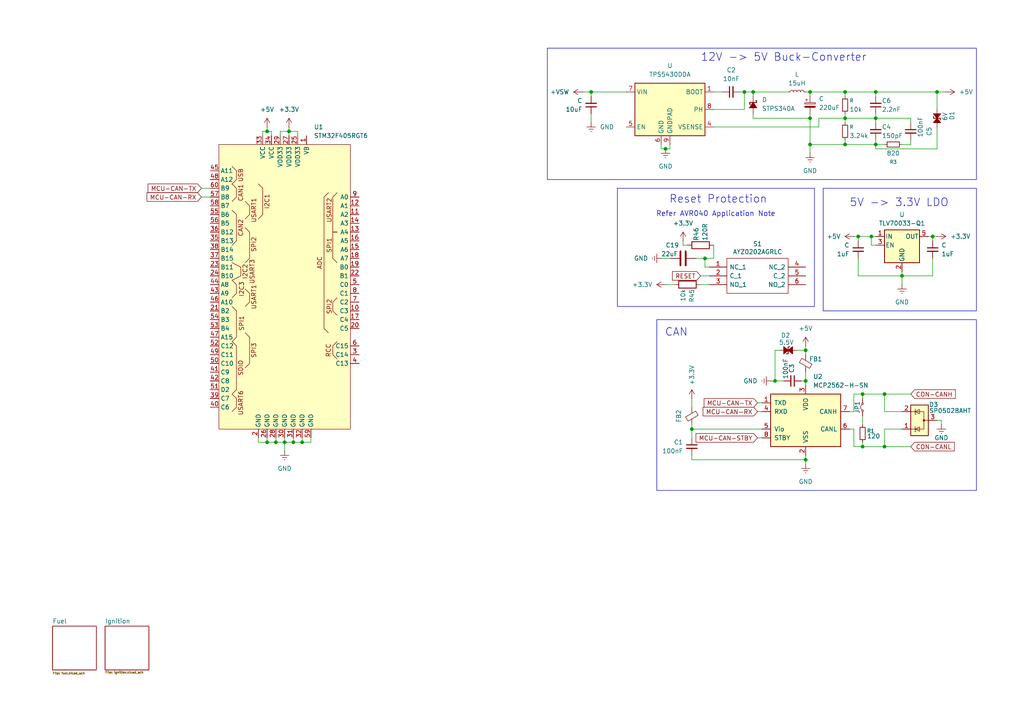
<source format=kicad_sch>
(kicad_sch (version 20250114) (generator "eeschema") (generator_version "9.0")
  (paper "A4")
  (title_block (title "Sopa's Speeduino32 Basic") (date "2025-08-09") (rev "V0.1") (company "Luis Felipe Marcon Brunhara"))
  (lib_symbols
    (symbol "Device:C" (pin_numbers (hide yes)) (pin_names (offset 0.254))
      (property "Reference" "C" (at 0.635 2.54 0))
      (property "Value" "C" (at 0.635 -2.54 0))
      (symbol "C_0_1"
        (polyline (pts (xy -2.032 0.762) (xy 2.032 0.762)) (stroke (width 0.508)))
        (polyline (pts (xy -2.032 -0.762) (xy 2.032 -0.762)) (stroke (width 0.508)))
      )
      (symbol "C_1_1"
        (pin passive line (at 0 3.81 270) (length 2.794) (name "~") (number "1"))
        (pin passive line (at 0 -3.81 90) (length 2.794) (name "~") (number "2"))
      )
    )
    (symbol "Device:C_Polarized_Small" (pin_numbers (hide yes)) (pin_names (offset 0.254) (hide yes))
      (property "Reference" "C" (at 0.254 1.778 0))
      (property "Value" "C_Polarized_Small" (at 0.254 -2.032 0))
      (symbol "C_Polarized_Small_0_1"
        (rectangle (start -1.524 0.6858) (end 1.524 0.3048))
        (rectangle (start -1.524 -0.3048) (end 1.524 -0.6858) (fill (type outline)))
        (polyline (pts (xy -1.27 1.524) (xy -0.762 1.524)))
        (polyline (pts (xy -1.016 1.27) (xy -1.016 1.778)))
      )
      (symbol "C_Polarized_Small_1_1"
        (pin passive line (at 0 2.54 270) (length 1.8542) (name "~") (number "1"))
        (pin passive line (at 0 -2.54 90) (length 1.8542) (name "~") (number "2"))
      )
    )
    (symbol "Device:C_Small" (pin_numbers (hide yes)) (pin_names (offset 0.254) (hide yes))
      (property "Reference" "C" (at 0.254 1.778 0))
      (property "Value" "C_Small" (at 0.254 -2.032 0))
      (symbol "C_Small_0_1"
        (polyline (pts (xy -1.524 0.508) (xy 1.524 0.508)) (stroke (width 0.3048)))
        (polyline (pts (xy -1.524 -0.508) (xy 1.524 -0.508)) (stroke (width 0.3302)))
      )
      (symbol "C_Small_1_1"
        (pin passive line (at 0 2.54 270) (length 2.032) (name "~") (number "1"))
        (pin passive line (at 0 -2.54 90) (length 2.032) (name "~") (number "2"))
      )
    )
    (symbol "Device:D_Schottky_Small_Filled" (pin_numbers (hide yes)) (pin_names (offset 0.254) (hide yes))
      (property "Reference" "D" (at -1.27 2.032 0))
      (property "Value" "D_Schottky_Small_Filled" (at -7.112 -2.032 0))
      (symbol "D_Schottky_Small_Filled_0_1"
        (polyline (pts (xy -1.27 0.762) (xy -1.27 1.016) (xy -0.762 1.016) (xy -0.762 -1.016) (xy -0.254 -1.016) (xy -0.254 -0.762)) (stroke (width 0.254)))
        (polyline (pts (xy -0.762 0) (xy 0.762 0)))
        (polyline (pts (xy 0.762 -1.016) (xy -0.762 0) (xy 0.762 1.016) (xy 0.762 -1.016)) (stroke (width 0.254)) (fill (type outline)))
      )
      (symbol "D_Schottky_Small_Filled_1_1"
        (pin passive line (at -2.54 0 0) (length 1.778) (name "K") (number "1"))
        (pin passive line (at 2.54 0 180) (length 1.778) (name "A") (number "2"))
      )
    )
    (symbol "Device:D_TVS_Small_Filled" (pin_numbers (hide yes)) (pin_names (offset 1.016) (hide yes))
      (property "Reference" "D" (at 0 2.54 0))
      (property "Value" "D_TVS_Small_Filled" (at 0 -2.54 0))
      (symbol "D_TVS_Small_Filled_0_1"
        (polyline (pts (xy -1.27 0) (xy 1.27 0)))
        (polyline (pts (xy 0.508 1.016) (xy 0 1.016) (xy 0 -1.016) (xy -0.508 -1.016)) (stroke (width 0.254)))
      )
      (symbol "D_TVS_Small_Filled_1_1"
        (polyline (pts (xy -1.27 1.016) (xy -1.27 -1.016) (xy 0 0) (xy -1.27 1.016)) (stroke (width 0.254)) (fill (type outline)))
        (polyline (pts (xy 0 0) (xy 1.27 1.016) (xy 1.27 -1.016) (xy 0 0)) (stroke (width 0.254)) (fill (type outline)))
        (pin passive line (at -2.54 0 0) (length 1.27) (name "A1") (number "1"))
        (pin passive line (at 2.54 0 180) (length 1.27) (name "A2") (number "2"))
      )
    )
    (symbol "Device:FerriteBead_Small" (pin_numbers (hide yes)) (pin_names (offset 0))
      (property "Reference" "FB" (at 1.905 1.27 0))
      (property "Value" "FerriteBead_Small" (at 1.905 -1.27 0))
      (symbol "FerriteBead_Small_0_1"
        (polyline (pts (xy -1.8288 0.2794) (xy -1.1176 1.4986) (xy 1.8288 -0.2032) (xy 1.1176 -1.4224) (xy -1.8288 0.2794)))
        (polyline (pts (xy 0 0.889) (xy 0 1.2954)))
        (polyline (pts (xy 0 -1.27) (xy 0 -0.7874)))
      )
      (symbol "FerriteBead_Small_1_1"
        (pin passive line (at 0 2.54 270) (length 1.27) (name "~") (number "1"))
        (pin passive line (at 0 -2.54 90) (length 1.27) (name "~") (number "2"))
      )
    )
    (symbol "Device:L_Small" (pin_numbers (hide yes)) (pin_names (offset 0.254) (hide yes))
      (property "Reference" "L" (at 0.762 1.016 0))
      (property "Value" "L_Small" (at 0.762 -1.016 0))
      (symbol "L_Small_0_1"
        (arc (start 0 2.032) (mid 0.5058 1.524) (end 0 1.016))
        (arc (start 0 1.016) (mid 0.5058 0.508) (end 0 0))
        (arc (start 0 0) (mid 0.5058 -0.508) (end 0 -1.016))
        (arc (start 0 -1.016) (mid 0.5058 -1.524) (end 0 -2.032))
      )
      (symbol "L_Small_1_1"
        (pin passive line (at 0 2.54 270) (length 0.508) (name "~") (number "1"))
        (pin passive line (at 0 -2.54 90) (length 0.508) (name "~") (number "2"))
      )
    )
    (symbol "Device:R" (pin_numbers (hide yes)) (pin_names (offset 0))
      (property "Reference" "R" (at 2.032 0 90))
      (property "Value" "R" (at 0 0 90))
      (symbol "R_0_1"
        (rectangle (start -1.016 -2.54) (end 1.016 2.54) (stroke (width 0.254)))
      )
      (symbol "R_1_1"
        (pin passive line (at 0 3.81 270) (length 1.27) (name "~") (number "1"))
        (pin passive line (at 0 -3.81 90) (length 1.27) (name "~") (number "2"))
      )
    )
    (symbol "Device:R_Small" (pin_numbers (hide yes)) (pin_names (offset 0.254) (hide yes))
      (property "Reference" "R" (at 0 0 90))
      (property "Value" "R_Small" (at 1.778 0 90))
      (symbol "R_Small_0_1"
        (rectangle (start -0.762 1.778) (end 0.762 -1.778) (stroke (width 0.2032)))
      )
      (symbol "R_Small_1_1"
        (pin passive line (at 0 2.54 270) (length 0.762) (name "~") (number "1"))
        (pin passive line (at 0 -2.54 90) (length 0.762) (name "~") (number "2"))
      )
    )
    (symbol "Interface_CAN_LIN:MCP2562-H-SN" (pin_names (offset 1.016))
      (property "Reference" "U" (at -10.16 8.89 0))
      (property "Value" "MCP2562-H-SN" (at 2.54 8.89 0))
      (symbol "MCP2562-H-SN_0_1"
        (rectangle (start -10.16 7.62) (end 10.16 -7.62) (stroke (width 0.254)) (fill (type background)))
      )
      (symbol "MCP2562-H-SN_1_1"
        (pin input line (at -12.7 5.08 0) (length 2.54) (name "TXD") (number "1"))
        (pin output line (at -12.7 2.54 0) (length 2.54) (name "RXD") (number "4"))
        (pin power_in line (at -12.7 -2.54 0) (length 2.54) (name "Vio") (number "5"))
        (pin input line (at -12.7 -5.08 0) (length 2.54) (name "STBY") (number "8"))
        (pin power_in line (at 0 10.16 270) (length 2.54) (name "VDD") (number "3"))
        (pin power_in line (at 0 -10.16 90) (length 2.54) (name "VSS") (number "2"))
        (pin bidirectional line (at 12.7 2.54 180) (length 2.54) (name "CANH") (number "7"))
        (pin bidirectional line (at 12.7 -2.54 180) (length 2.54) (name "CANL") (number "6"))
      )
    )
    (symbol "Jumper:Jumper_2_Small_Bridged" (pin_numbers (hide yes)) (pin_names (offset 0) (hide yes))
      (property "Reference" "JP" (at 0 2.032 0))
      (property "Value" "Jumper_2_Small_Bridged" (at 0 -2.286 0))
      (symbol "Jumper_2_Small_Bridged_0_0"
        (circle (center -1.016 0) (radius 0.254))
        (circle (center 1.016 0) (radius 0.254))
      )
      (symbol "Jumper_2_Small_Bridged_0_1"
        (arc (start -0.762 0.254) (mid 0 0.5696) (end 0.762 0.254))
      )
      (symbol "Jumper_2_Small_Bridged_1_1"
        (pin passive line (at -2.54 0 0) (length 1.27) (name "A") (number "1"))
        (pin passive line (at 2.54 0 180) (length 1.27) (name "B") (number "2"))
      )
    )
    (symbol "Power_Protection:SP0502BAHT" (pin_names (hide yes))
      (property "Reference" "D" (at 5.715 2.54 0))
      (property "Value" "SP0502BAHT" (at 5.715 0.635 0))
      (symbol "SP0502BAHT_0_0"
        (pin passive line (at 0 -5.08 90) (length 2.54) (name "A") (number "3"))
      )
      (symbol "SP0502BAHT_0_1"
        (rectangle (start -4.445 2.54) (end 4.445 -2.54) (stroke (width 0.254)) (fill (type background)))
        (polyline (pts (xy -3.302 1.016) (xy -3.302 1.27) (xy -1.905 1.27) (xy -1.778 1.27)))
        (polyline (pts (xy -2.54 2.54) (xy -2.54 1.27)))
        (polyline (pts (xy -2.54 1.27) (xy -2.54 -1.27) (xy 2.54 -1.27) (xy 2.54 1.27)))
        (polyline (pts (xy -2.54 1.27) (xy -1.905 0) (xy -3.175 0) (xy -2.54 1.27)))
        (polyline (pts (xy 0 -1.27) (xy 0 -2.54)))
        (circle (center 0 -1.27) (radius 0.254) (fill (type outline)))
        (polyline (pts (xy 1.778 1.016) (xy 1.778 1.27) (xy 3.175 1.27) (xy 3.302 1.27)))
        (polyline (pts (xy 2.54 2.54) (xy 2.54 1.27)))
        (polyline (pts (xy 2.54 1.27) (xy 1.905 0) (xy 3.175 0) (xy 2.54 1.27)))
      )
      (symbol "SP0502BAHT_1_1"
        (pin passive line (at -2.54 5.08 270) (length 2.54) (name "K") (number "1"))
        (pin passive line (at 2.54 5.08 270) (length 2.54) (name "K") (number "2"))
      )
    )
    (symbol "Regulator_Linear:TLV70033_SOT23-5" (pin_names (offset 0.254))
      (property "Reference" "U" (at -3.81 5.715 0))
      (property "Value" "TLV70033_SOT23-5" (at 0 5.715 0))
      (symbol "TLV70033_SOT23-5_0_1"
        (rectangle (start -5.08 4.445) (end 5.08 -5.08) (stroke (width 0.254)) (fill (type background)))
      )
      (symbol "TLV70033_SOT23-5_1_1"
        (pin power_in line (at -7.62 2.54 0) (length 2.54) (name "IN") (number "1"))
        (pin input line (at -7.62 0 0) (length 2.54) (name "EN") (number "3"))
        (pin power_in line (at 0 -7.62 90) (length 2.54) (name "GND") (number "2"))
        (pin no_connect line (at 5.08 0 180) (length 2.54) (hide yes) (name "NC") (number "4"))
        (pin power_out line (at 7.62 2.54 180) (length 2.54) (name "OUT") (number "5"))
      )
    )
    (symbol "Regulator_Switching:TPS5430DDA"
      (property "Reference" "U" (at -10.16 8.89 0))
      (property "Value" "TPS5430DDA" (at -1.27 8.89 0))
      (symbol "TPS5430DDA_0_1"
        (rectangle (start -10.16 7.62) (end 10.16 -7.62) (stroke (width 0.254)) (fill (type background)))
      )
      (symbol "TPS5430DDA_1_1"
        (pin power_in line (at -12.7 5.08 0) (length 2.54) (name "VIN") (number "7"))
        (pin input line (at -12.7 -5.08 0) (length 2.54) (name "EN") (number "5"))
        (pin no_connect line (at -10.16 2.54 0) (length 2.54) (hide yes) (name "NC") (number "2"))
        (pin no_connect line (at -10.16 -2.54 0) (length 2.54) (hide yes) (name "NC") (number "3"))
        (pin power_in line (at -2.54 -10.16 90) (length 2.54) (name "GND") (number "6"))
        (pin power_in line (at 0 -10.16 90) (length 2.54) (name "GNDPAD") (number "9"))
        (pin input line (at 12.7 5.08 180) (length 2.54) (name "BOOT") (number "1"))
        (pin output line (at 12.7 0 180) (length 2.54) (name "PH") (number "8"))
        (pin input line (at 12.7 -5.08 180) (length 2.54) (name "VSENSE") (number "4"))
      )
    )
    (symbol "power:+3.3V" (power) (pin_numbers (hide yes)) (pin_names (offset 0) (hide yes))
      (property "Value" "+3.3V" (at 0 3.556 0))
      (symbol "+3.3V_0_1"
        (polyline (pts (xy -0.762 1.27) (xy 0 2.54)))
        (polyline (pts (xy 0 2.54) (xy 0.762 1.27)))
        (polyline (pts (xy 0 0) (xy 0 2.54)))
      )
      (symbol "+3.3V_1_1"
        (pin power_in line (at 0 0 90) (length 0) (name "~") (number "1"))
      )
    )
    (symbol "power:+5V" (power) (pin_numbers (hide yes)) (pin_names (offset 0) (hide yes))
      (property "Value" "+5V" (at 0 3.556 0))
      (symbol "+5V_0_1"
        (polyline (pts (xy -0.762 1.27) (xy 0 2.54)))
        (polyline (pts (xy 0 2.54) (xy 0.762 1.27)))
        (polyline (pts (xy 0 0) (xy 0 2.54)))
      )
      (symbol "+5V_1_1"
        (pin power_in line (at 0 0 90) (length 0) (name "~") (number "1"))
      )
    )
    (symbol "power:+VSW" (power) (pin_numbers (hide yes)) (pin_names (offset 0) (hide yes))
      (property "Value" "+VSW" (at 0 3.556 0))
      (symbol "+VSW_0_1"
        (polyline (pts (xy -0.762 1.27) (xy 0 2.54)))
        (polyline (pts (xy 0 2.54) (xy 0.762 1.27)))
        (polyline (pts (xy 0 0) (xy 0 2.54)))
      )
      (symbol "+VSW_1_1"
        (pin power_in line (at 0 0 90) (length 0) (name "~") (number "1"))
      )
    )
    (symbol "power:GNDREF" (power) (pin_numbers (hide yes)) (pin_names (offset 0) (hide yes))
      (property "Value" "GNDREF" (at 0 -3.81 0))
      (symbol "GNDREF_0_1"
        (polyline (pts (xy -0.635 -1.905) (xy 0.635 -1.905)))
        (polyline (pts (xy -0.127 -2.54) (xy 0.127 -2.54)))
        (polyline (pts (xy 0 -1.27) (xy 0 0)))
        (polyline (pts (xy 1.27 -1.27) (xy -1.27 -1.27)))
      )
      (symbol "GNDREF_1_1"
        (pin power_in line (at 0 0 270) (length 0) (name "~") (number "1"))
      )
    )
    (symbol "sopa_ECU_project:STM32F4_64PIN-CoreBoard_V11"
      (property "Reference" "U" (at -18.288 39.116 0))
      (property "Value" "STM32F405RGT6" (at 0 0 0))
      (symbol "STM32F4_64PIN-CoreBoard_V11_1_1"
        (rectangle (start -19.05 38.1) (end 19.05 -44.45) (fill (type background)))
        (polyline (pts (xy -15.24 31.75) (xy -13.97 30.48) (xy -13.97 27.94) (xy -15.24 26.67)))
        (polyline (pts (xy -15.24 26.67) (xy -13.97 25.4) (xy -13.97 22.86) (xy -15.24 21.59)))
        (polyline (pts (xy -15.24 19.05) (xy -13.97 17.78) (xy -13.97 10.16) (xy -15.24 8.89)))
        (polyline (pts (xy -15.24 3.81) (xy -12.7 2.54) (xy -12.7 0) (xy -15.24 -1.27)))
        (polyline (pts (xy -15.24 -1.27) (xy -13.97 -2.54) (xy -13.97 -5.08) (xy -15.24 -6.35)))
        (polyline (pts (xy -15.24 -8.89) (xy -13.97 -10.16) (xy -13.97 -17.78) (xy -15.24 -19.05)))
        (polyline (pts (xy -15.24 -19.05) (xy -13.97 -20.32) (xy -13.97 -33.02) (xy -15.24 -34.29)))
        (polyline (pts (xy -15.24 -34.29) (xy -13.97 -35.56) (xy -13.97 -38.1) (xy -15.24 -39.37)))
        (polyline (pts (xy -11.43 21.59) (xy -10.16 20.32) (xy -10.16 17.78) (xy -11.43 16.51)))
        (polyline (pts (xy -11.43 13.97) (xy -10.16 12.7) (xy -10.16 5.08) (xy -11.43 3.81)))
        (polyline (pts (xy -11.43 -3.81) (xy -10.16 -5.08) (xy -10.16 -7.62) (xy -11.43 -8.89)))
        (polyline (pts (xy -11.43 -16.51) (xy -10.16 -17.78) (xy -10.16 -25.4) (xy -11.43 -26.67)))
        (polyline (pts (xy -7.62 26.67) (xy -6.35 25.4) (xy -6.35 17.78) (xy -7.62 16.51)))
        (polyline (pts (xy 12.7 24.13) (xy 11.43 22.86) (xy 11.43 -15.24) (xy 12.7 -16.51)))
        (polyline (pts (xy 15.24 24.13) (xy 13.97 22.86) (xy 13.97 12.7) (xy 15.24 12.7)))
        (polyline (pts (xy 15.24 12.7) (xy 13.97 12.7) (xy 13.97 5.08) (xy 15.24 3.81)))
        (polyline (pts (xy 15.24 -6.35) (xy 13.97 -7.62) (xy 13.97 -10.16) (xy 15.24 -11.43)))
        (polyline (pts (xy 15.24 -19.05) (xy 13.97 -20.32) (xy 13.97 -22.86) (xy 15.24 -24.13)))
        (text "USB" (at -13.462 29.21 900) (effects (font (size 1.27 1.27)) (justify top)))
        (text "CAN1" (at -13.462 24.13 900) (effects (font (size 1.27 1.27)) (justify top)))
        (text "CAN2" (at -13.462 13.97 900) (effects (font (size 1.27 1.27)) (justify top)))
        (text "SDIO" (at -13.462 -26.67 900) (effects (font (size 1.27 1.27)) (justify top)))
        (text "USART6" (at -13.462 -36.83 900) (effects (font (size 1.27 1.27)) (justify top)))
        (text "I2C3" (at -13.208 -3.81 900) (effects (font (size 1.27 1.27)) (justify top)))
        (text "SPI1" (at -13.208 -13.716 900) (effects (font (size 1.27 1.27)) (justify top)))
        (text "I2C2\nUSART3" (at -12.192 1.27 900) (effects (font (size 1.27 1.27)) (justify top)))
        (text "USART1" (at -9.652 19.05 900) (effects (font (size 1.27 1.27)) (justify top)))
        (text "SPI2" (at -9.652 9.144 900) (effects (font (size 1.27 1.27)) (justify top)))
        (text "USART1" (at -9.652 -6.096 900) (effects (font (size 1.27 1.27)) (justify top)))
        (text "SPI3" (at -9.652 -21.59 900) (effects (font (size 1.27 1.27)) (justify top)))
        (text "I2C1" (at -5.842 21.59 900) (effects (font (size 1.27 1.27)) (justify top)))
        (text "ADC" (at 10.922 3.81 900) (effects (font (size 1.27 1.27)) (justify bottom)))
        (text "RCC" (at 13.462 -21.59 900) (effects (font (size 1.27 1.27)) (justify bottom)))
        (text "USART2" (at 13.716 19.05 900) (effects (font (size 1.27 1.27)) (justify bottom)))
        (text "SPI1" (at 13.716 8.89 900) (effects (font (size 1.27 1.27)) (justify bottom)))
        (text "SPI2\n" (at 13.716 -8.89 900) (effects (font (size 1.27 1.27)) (justify bottom)))
        (pin bidirectional line (at -21.59 30.48 0) (length 2.5) (name "A11") (number "45"))
        (pin bidirectional line (at -21.59 27.94 0) (length 2.5) (name "A12") (number "48"))
        (pin bidirectional line (at -21.59 25.4 0) (length 2.5) (name "B9") (number "60"))
        (pin bidirectional line (at -21.59 22.86 0) (length 2.5) (name "B8") (number "57"))
        (pin bidirectional line (at -21.59 20.32 0) (length 2.5) (name "B7") (number "58"))
        (pin bidirectional line (at -21.59 17.78 0) (length 2.5) (name "B6") (number "55"))
        (pin bidirectional line (at -21.59 15.24 0) (length 2.5) (name "B5") (number "56"))
        (pin bidirectional line (at -21.59 12.7 0) (length 2.5) (name "B12") (number "36"))
        (pin bidirectional line (at -21.59 10.16 0) (length 2.5) (name "B13") (number "35"))
        (pin bidirectional line (at -21.59 7.62 0) (length 2.5) (name "B14") (number "38"))
        (pin bidirectional line (at -21.59 5.08 0) (length 2.5) (name "B15") (number "37"))
        (pin bidirectional line (at -21.59 2.54 0) (length 2.5) (name "B11") (number "23"))
        (pin bidirectional line (at -21.59 0 0) (length 2.5) (name "B10") (number "24"))
        (pin bidirectional line (at -21.59 -2.54 0) (length 2.5) (name "A8") (number "44"))
        (pin bidirectional line (at -21.59 -5.08 0) (length 2.5) (name "A9") (number "43"))
        (pin bidirectional line (at -21.59 -7.62 0) (length 2.5) (name "A10") (number "46"))
        (pin bidirectional line (at -21.59 -10.16 0) (length 2.5) (name "B2") (number "21"))
        (pin bidirectional line (at -21.59 -12.7 0) (length 2.5) (name "B3") (number "54"))
        (pin bidirectional line (at -21.59 -15.24 0) (length 2.5) (name "B4") (number "53"))
        (pin bidirectional line (at -21.59 -17.78 0) (length 2.5) (name "A15") (number "47"))
        (pin bidirectional line (at -21.59 -20.32 0) (length 2.5) (name "C12") (number "52"))
        (pin bidirectional line (at -21.59 -22.86 0) (length 2.5) (name "C11") (number "49"))
        (pin bidirectional line (at -21.59 -25.4 0) (length 2.5) (name "C10") (number "50"))
        (pin bidirectional line (at -21.59 -27.94 0) (length 2.5) (name "C9") (number "41"))
        (pin bidirectional line (at -21.59 -30.48 0) (length 2.5) (name "C8") (number "42"))
        (pin bidirectional line (at -21.59 -33.02 0) (length 2.5) (name "D2") (number "51"))
        (pin bidirectional line (at -21.59 -35.56 0) (length 2.5) (name "C7") (number "39"))
        (pin bidirectional line (at -21.59 -38.1 0) (length 2.5) (name "C6") (number "40"))
        (pin bidirectional line (at -7.62 -46.99 90) (length 2.5) (name "GND") (number "2"))
        (pin bidirectional line (at -6.35 40.64 270) (length 2.5) (name "VCC") (number "33"))
        (pin bidirectional line (at -5.08 -46.99 90) (length 2.5) (name "GND") (number "26"))
        (pin bidirectional line (at -3.81 40.64 270) (length 2.5) (name "VCC") (number "34"))
        (pin bidirectional line (at -2.54 -46.99 90) (length 2.5) (name "GND") (number "28"))
        (pin bidirectional line (at -1.27 40.64 270) (length 2.5) (name "VDD33") (number "29"))
        (pin bidirectional line (at 0 -46.99 90) (length 2.5) (name "GND") (number "30"))
        (pin bidirectional line (at 1.27 40.64 270) (length 2.5) (name "VDD33") (number "27"))
        (pin bidirectional line (at 2.54 -46.99 90) (length 2.5) (name "GND") (number "31"))
        (pin bidirectional line (at 3.81 40.64 270) (length 2.5) (name "VDD33") (number "25"))
        (pin bidirectional line (at 5.08 -46.99 90) (length 2.5) (name "GND") (number "32"))
        (pin bidirectional line (at 6.35 40.64 270) (length 2.5) (name "VB") (number "1"))
        (pin bidirectional line (at 7.62 -46.99 90) (length 2.5) (name "GND") (number "59"))
        (pin bidirectional line (at 21.59 22.86 180) (length 2.5) (name "A0") (number "9"))
        (pin bidirectional line (at 21.59 20.32 180) (length 2.5) (name "A1") (number "12"))
        (pin bidirectional line (at 21.59 17.78 180) (length 2.5) (name "A2") (number "11"))
        (pin bidirectional line (at 21.59 15.24 180) (length 2.5) (name "A3") (number "14"))
        (pin bidirectional line (at 21.59 12.7 180) (length 2.5) (name "A4") (number "13"))
        (pin bidirectional line (at 21.59 10.16 180) (length 2.5) (name "A5") (number "16"))
        (pin bidirectional line (at 21.59 7.62 180) (length 2.5) (name "A6") (number "15"))
        (pin bidirectional line (at 21.59 5.08 180) (length 2.5) (name "A7") (number "18"))
        (pin bidirectional line (at 21.59 2.54 180) (length 2.5) (name "B0") (number "19"))
        (pin bidirectional line (at 21.59 0 180) (length 2.5) (name "B1") (number "22"))
        (pin bidirectional line (at 21.59 -2.54 180) (length 2.5) (name "C0") (number "5"))
        (pin bidirectional line (at 21.59 -5.08 180) (length 2.5) (name "C1") (number "8"))
        (pin bidirectional line (at 21.59 -7.62 180) (length 2.5) (name "C2") (number "7"))
        (pin bidirectional line (at 21.59 -10.16 180) (length 2.5) (name "C3") (number "10"))
        (pin bidirectional line (at 21.59 -12.7 180) (length 2.5) (name "C4") (number "17"))
        (pin bidirectional line (at 21.59 -15.24 180) (length 2.5) (name "C5") (number "20"))
        (pin bidirectional line (at 21.59 -20.32 180) (length 2.5) (name "C15") (number "6"))
        (pin bidirectional line (at 21.59 -22.86 180) (length 2.5) (name "C14") (number "3"))
        (pin bidirectional line (at 21.59 -25.4 180) (length 2.5) (name "C13") (number "4"))
      )
    )
    (symbol "v0.4.4c-rescue:AYZ0202AGRLC-Misc" (pin_names (offset 0.762))
      (property "Reference" "S" (at 24.13 7.62 0))
      (property "Value" "v0.4.4c-rescue_AYZ0202AGRLC-Misc" (at 24.13 5.08 0))
      (symbol "AYZ0202AGRLC-Misc_0_0"
        (pin bidirectional line (at 0 0 0) (length 5.08) (name "NC_1") (number "1"))
        (pin bidirectional line (at 0 -2.54 0) (length 5.08) (name "C_1") (number "2"))
        (pin bidirectional line (at 0 -5.08 0) (length 5.08) (name "NO_1") (number "3"))
        (pin bidirectional line (at 27.94 0 180) (length 5.08) (name "NC_2") (number "4"))
        (pin bidirectional line (at 27.94 -2.54 180) (length 5.08) (name "C_2") (number "5"))
        (pin bidirectional line (at 27.94 -5.08 180) (length 5.08) (name "NO_2") (number "6"))
      )
      (symbol "AYZ0202AGRLC-Misc_0_1"
        (polyline (pts (xy 5.08 2.54) (xy 22.86 2.54) (xy 22.86 -7.62) (xy 5.08 -7.62) (xy 5.08 2.54)) (stroke (width 0.1524)))
      )
    )
  )
  (rectangle (start 190.5 92.71) (end 283.21 142.24))
  (rectangle (start 158.75 13.97) (end 283.21 52.07))
  (rectangle (start 179.07 54.61) (end 236.22 88.9))
  (rectangle (start 238.76 54.61) (end 283.21 90.17))
  (text "CAN\n" (at 192.786 97.79 0) (effects (font (size 2.2606 2.2606)) (justify left bottom)))
  (text "5V -> 3.3V LDO" (at 246.38 60.198 0) (effects (font (size 2.2606 2.2606)) (justify left bottom)))
  (text "12V -> 5V Buck-Converter" (at 203.2 18.034 0) (effects (font (size 2.2606 2.2606)) (justify left bottom)))
  (text "Reset Protection" (at 194.056 59.182 0) (effects (font (size 2.2606 2.2606)) (justify left bottom)))
  (text "Refer AVR040 Application Note" (at 190.246 62.992 0) (effects (font (size 1.4732 1.4732)) (justify left bottom)))
  (junction (at 252.73 68.58))
  (junction (at 248.92 68.58))
  (junction (at 254 41.91))
  (junction (at 245.11 41.91))
  (junction (at 215.9 26.67))
  (junction (at 254 26.67))
  (junction (at 245.11 34.29))
  (junction (at 271.78 26.67))
  (junction (at 250.19 114.3))
  (junction (at 256.54 114.3))
  (junction (at 193.04 43.18))
  (junction (at 233.68 101.6))
  (junction (at 250.19 129.54))
  (junction (at 77.47 128.27))
  (junction (at 234.95 26.67))
  (junction (at 245.11 26.67))
  (junction (at 80.01 128.27))
  (junction (at 234.95 41.91))
  (junction (at 83.82 38.1))
  (junction (at 85.09 128.27))
  (junction (at 261.62 80.01))
  (junction (at 254 34.29))
  (junction (at 233.68 133.35))
  (junction (at 233.68 110.49))
  (junction (at 234.95 34.29))
  (junction (at 171.45 26.67))
  (junction (at 87.63 128.27))
  (junction (at 270.51 68.58))
  (junction (at 77.47 38.1))
  (junction (at 224.79 110.49))
  (junction (at 200.66 124.46))
  (junction (at 82.55 128.27))
  (junction (at 218.44 26.67))
  (junction (at 256.54 129.54))
  (junction (at 204.47 74.93))
  (wire (pts (xy 82.55 127) (xy 82.55 128.27)))
  (wire (pts (xy 250.19 129.54) (xy 256.54 129.54)))
  (wire (pts (xy 219.71 127) (xy 220.98 127)))
  (wire (pts (xy 248.92 74.93) (xy 248.92 80.01)))
  (wire (pts (xy 245.11 27.94) (xy 245.11 26.67)))
  (wire (pts (xy 237.49 34.29) (xy 245.11 34.29)))
  (wire (pts (xy 199.39 71.12) (xy 198.12 71.12)))
  (wire (pts (xy 261.62 80.01) (xy 261.62 82.55)))
  (wire (pts (xy 218.44 26.67) (xy 228.6 26.67)))
  (wire (pts (xy 234.95 26.67) (xy 245.11 26.67)))
  (wire (pts (xy 234.95 34.29) (xy 234.95 41.91)))
  (wire (pts (xy 193.04 82.55) (xy 195.58 82.55)))
  (wire (pts (xy 254 43.18) (xy 254 41.91)))
  (wire (pts (xy 264.16 40.64) (xy 264.16 41.91)))
  (wire (pts (xy 245.11 33.02) (xy 245.11 34.29)))
  (wire (pts (xy 219.71 116.84) (xy 220.98 116.84)))
  (wire (pts (xy 81.28 39.37) (xy 81.28 38.1)))
  (wire (pts (xy 254 41.91) (xy 254 40.64)))
  (wire (pts (xy 250.19 128.27) (xy 250.19 129.54)))
  (wire (pts (xy 168.91 26.67) (xy 171.45 26.67)))
  (wire (pts (xy 87.63 127) (xy 87.63 128.27)))
  (wire (pts (xy 256.54 129.54) (xy 264.16 129.54)))
  (wire (pts (xy 271.78 43.18) (xy 254 43.18)))
  (wire (pts (xy 234.95 26.67) (xy 234.95 27.94)))
  (wire (pts (xy 245.11 34.29) (xy 245.11 35.56)))
  (wire (pts (xy 171.45 33.02) (xy 171.45 35.56)))
  (wire (pts (xy 74.93 128.27) (xy 77.47 128.27)))
  (wire (pts (xy 85.09 127) (xy 85.09 128.27)))
  (wire (pts (xy 82.55 128.27) (xy 82.55 130.81)))
  (wire (pts (xy 203.2 82.55) (xy 205.74 82.55)))
  (wire (pts (xy 271.78 121.92) (xy 273.05 121.92)))
  (wire (pts (xy 83.82 38.1) (xy 83.82 39.37)))
  (wire (pts (xy 218.44 33.02) (xy 218.44 34.29)))
  (wire (pts (xy 271.78 36.83) (xy 271.78 43.18)))
  (wire (pts (xy 245.11 41.91) (xy 254 41.91)))
  (wire (pts (xy 86.36 39.37) (xy 86.36 38.1)))
  (wire (pts (xy 194.31 41.91) (xy 194.31 43.18)))
  (wire (pts (xy 247.65 129.54) (xy 250.19 129.54)))
  (wire (pts (xy 254 34.29) (xy 264.16 34.29)))
  (wire (pts (xy 264.16 34.29) (xy 264.16 35.56)))
  (wire (pts (xy 204.47 77.47) (xy 204.47 74.93)))
  (wire (pts (xy 193.04 43.18) (xy 194.31 43.18)))
  (wire (pts (xy 252.73 68.58) (xy 252.73 71.12)))
  (wire (pts (xy 85.09 128.27) (xy 87.63 128.27)))
  (wire (pts (xy 270.51 80.01) (xy 261.62 80.01)))
  (wire (pts (xy 200.66 123.19) (xy 200.66 124.46)))
  (wire (pts (xy 215.9 31.75) (xy 215.9 26.67)))
  (wire (pts (xy 252.73 68.58) (xy 254 68.58)))
  (wire (pts (xy 204.47 77.47) (xy 205.74 77.47)))
  (wire (pts (xy 191.77 43.18) (xy 193.04 43.18)))
  (wire (pts (xy 270.51 74.93) (xy 270.51 80.01)))
  (wire (pts (xy 248.92 80.01) (xy 261.62 80.01)))
  (wire (pts (xy 86.36 38.1) (xy 83.82 38.1)))
  (wire (pts (xy 233.68 110.49) (xy 233.68 111.76)))
  (wire (pts (xy 231.14 101.6) (xy 233.68 101.6)))
  (wire (pts (xy 233.68 133.35) (xy 233.68 134.62)))
  (wire (pts (xy 234.95 41.91) (xy 234.95 44.45)))
  (wire (pts (xy 218.44 26.67) (xy 218.44 27.94)))
  (wire (pts (xy 224.79 110.49) (xy 227.33 110.49)))
  (wire (pts (xy 247.65 119.38) (xy 247.65 114.3)))
  (wire (pts (xy 58.42 57.15) (xy 60.96 57.15)))
  (wire (pts (xy 191.77 41.91) (xy 191.77 43.18)))
  (wire (pts (xy 171.45 27.94) (xy 171.45 26.67)))
  (wire (pts (xy 247.65 114.3) (xy 250.19 114.3)))
  (wire (pts (xy 171.45 26.67) (xy 181.61 26.67)))
  (wire (pts (xy 246.38 124.46) (xy 247.65 124.46)))
  (wire (pts (xy 224.79 101.6) (xy 224.79 110.49)))
  (wire (pts (xy 254 35.56) (xy 254 34.29)))
  (wire (pts (xy 245.11 34.29) (xy 254 34.29)))
  (wire (pts (xy 270.51 68.58) (xy 271.78 68.58)))
  (wire (pts (xy 237.49 36.83) (xy 237.49 34.29)))
  (wire (pts (xy 273.05 121.92) (xy 273.05 123.19)))
  (wire (pts (xy 245.11 26.67) (xy 254 26.67)))
  (wire (pts (xy 256.54 119.38) (xy 261.62 119.38)))
  (wire (pts (xy 247.65 68.58) (xy 248.92 68.58)))
  (wire (pts (xy 214.63 26.67) (xy 215.9 26.67)))
  (wire (pts (xy 219.71 119.38) (xy 220.98 119.38)))
  (wire (pts (xy 247.65 124.46) (xy 247.65 129.54)))
  (wire (pts (xy 256.54 124.46) (xy 256.54 129.54)))
  (wire (pts (xy 77.47 127) (xy 77.47 128.27)))
  (wire (pts (xy 232.41 110.49) (xy 233.68 110.49)))
  (wire (pts (xy 254 41.91) (xy 256.54 41.91)))
  (wire (pts (xy 201.93 74.93) (xy 204.47 74.93)))
  (wire (pts (xy 200.66 132.08) (xy 200.66 133.35)))
  (wire (pts (xy 203.2 80.01) (xy 205.74 80.01)))
  (wire (pts (xy 191.77 74.93) (xy 194.31 74.93)))
  (wire (pts (xy 248.92 68.58) (xy 248.92 69.85)))
  (wire (pts (xy 271.78 26.67) (xy 274.32 26.67)))
  (wire (pts (xy 80.01 128.27) (xy 82.55 128.27)))
  (wire (pts (xy 264.16 41.91) (xy 261.62 41.91)))
  (wire (pts (xy 78.74 38.1) (xy 78.74 39.37)))
  (wire (pts (xy 218.44 34.29) (xy 234.95 34.29)))
  (wire (pts (xy 82.55 128.27) (xy 85.09 128.27)))
  (wire (pts (xy 245.11 40.64) (xy 245.11 41.91)))
  (wire (pts (xy 74.93 127) (xy 74.93 128.27)))
  (wire (pts (xy 83.82 36.83) (xy 83.82 38.1)))
  (wire (pts (xy 90.17 127) (xy 90.17 128.27)))
  (wire (pts (xy 207.01 26.67) (xy 209.55 26.67)))
  (wire (pts (xy 198.12 69.85) (xy 198.12 71.12)))
  (wire (pts (xy 256.54 124.46) (xy 261.62 124.46)))
  (wire (pts (xy 87.63 128.27) (xy 90.17 128.27)))
  (wire (pts (xy 77.47 128.27) (xy 80.01 128.27)))
  (wire (pts (xy 254 26.67) (xy 271.78 26.67)))
  (wire (pts (xy 246.38 119.38) (xy 247.65 119.38)))
  (wire (pts (xy 215.9 26.67) (xy 218.44 26.67)))
  (wire (pts (xy 234.95 41.91) (xy 245.11 41.91)))
  (wire (pts (xy 248.92 68.58) (xy 252.73 68.58)))
  (wire (pts (xy 200.66 124.46) (xy 220.98 124.46)))
  (wire (pts (xy 200.66 133.35) (xy 233.68 133.35)))
  (wire (pts (xy 254 27.94) (xy 254 26.67)))
  (wire (pts (xy 200.66 124.46) (xy 200.66 127)))
  (wire (pts (xy 77.47 38.1) (xy 78.74 38.1)))
  (wire (pts (xy 250.19 120.65) (xy 250.19 123.19)))
  (wire (pts (xy 271.78 26.67) (xy 271.78 31.75)))
  (wire (pts (xy 233.68 100.33) (xy 233.68 101.6)))
  (wire (pts (xy 234.95 34.29) (xy 234.95 33.02)))
  (wire (pts (xy 80.01 127) (xy 80.01 128.27)))
  (wire (pts (xy 207.01 71.12) (xy 207.01 74.93)))
  (wire (pts (xy 58.42 54.61) (xy 60.96 54.61)))
  (wire (pts (xy 261.62 78.74) (xy 261.62 80.01)))
  (wire (pts (xy 233.68 107.95) (xy 233.68 110.49)))
  (wire (pts (xy 207.01 74.93) (xy 204.47 74.93)))
  (wire (pts (xy 256.54 114.3) (xy 256.54 119.38)))
  (wire (pts (xy 233.68 132.08) (xy 233.68 133.35)))
  (wire (pts (xy 270.51 69.85) (xy 270.51 68.58)))
  (wire (pts (xy 76.2 38.1) (xy 77.47 38.1)))
  (wire (pts (xy 250.19 115.57) (xy 250.19 114.3)))
  (wire (pts (xy 256.54 114.3) (xy 264.16 114.3)))
  (wire (pts (xy 250.19 114.3) (xy 256.54 114.3)))
  (wire (pts (xy 207.01 31.75) (xy 215.9 31.75)))
  (wire (pts (xy 270.51 68.58) (xy 269.24 68.58)))
  (wire (pts (xy 226.06 101.6) (xy 224.79 101.6)))
  (wire (pts (xy 254 33.02) (xy 254 34.29)))
  (wire (pts (xy 254 71.12) (xy 252.73 71.12)))
  (wire (pts (xy 233.68 26.67) (xy 234.95 26.67)))
  (wire (pts (xy 233.68 101.6) (xy 233.68 102.87)))
  (wire (pts (xy 207.01 36.83) (xy 237.49 36.83)))
  (wire (pts (xy 81.28 38.1) (xy 83.82 38.1)))
  (wire (pts (xy 76.2 39.37) (xy 76.2 38.1)))
  (wire (pts (xy 223.52 110.49) (xy 224.79 110.49)))
  (wire (pts (xy 77.47 36.83) (xy 77.47 38.1)))
  (wire (pts (xy 200.66 115.57) (xy 200.66 118.11)))
  (global_label "MCU-CAN-TX" (shape input) (at 219.71 116.84 180) (property "Intersheetrefs" "${INTERSHEET_REFS}" (effects (hide yes))))
  (global_label "RESET" (shape input) (at 203.2 80.01 180) (property "Intersheetrefs" "${INTERSHEET_REFS}" (effects (hide yes))))
  (global_label "MCU-CAN-RX" (shape input) (at 219.71 119.38 180) (property "Intersheetrefs" "${INTERSHEET_REFS}" (effects (hide yes))))
  (global_label "MCU-CAN-RX" (shape input) (at 58.42 57.15 180) (property "Intersheetrefs" "${INTERSHEET_REFS}" (effects (hide yes))))
  (global_label "MCU-CAN-STBY" (shape input) (at 219.71 127 180) (property "Intersheetrefs" "${INTERSHEET_REFS}" (effects (hide yes))))
  (global_label "CON-CANL" (shape input) (at 264.16 129.54 0) (property "Intersheetrefs" "${INTERSHEET_REFS}" (effects (hide yes))))
  (global_label "CON-CANH" (shape input) (at 264.16 114.3 0) (property "Intersheetrefs" "${INTERSHEET_REFS}" (effects (hide yes))))
  (global_label "MCU-CAN-TX" (shape input) (at 58.42 54.61 180) (property "Intersheetrefs" "${INTERSHEET_REFS}" (effects (hide yes))))
  (symbol (lib_id "v0.4.4c-rescue:AYZ0202AGRLC-Misc") (at 205.74 77.47 0) (unit 1)
    (property "Reference" "S1" (at 219.71 70.739 0))
    (property "Value" "AYZ0202AGRLC" (at 219.71 73.0504 0))
    (property "Footprint" "Misc:AYZ0202AGRLC" (effects (hide yes)))
    (property "Description" "AYZ0202AGRLC (Slide Switches)" (effects (hide yes)))
    (property "RS Part Number" "7931504P" (effects (hide yes)))
    (property "RS Price/Stock" "http://uk.rs-online.com/web/p/products/7931504P" (effects (hide yes)))
    (property "Manufacturer_Name" "C & K COMPONENTS" (effects (hide yes)))
    (property "Manufacturer_Part_Number" "AYZ0202AGRLC" (effects (hide yes)))
    (property "Allied_Number" "70417470" (effects (hide yes)))
    (property "Digikey Part Number" "401-2013-1-ND" (effects (hide yes)))
    (property "URL" "https://www.digikey.com.au/product-detail/en/c-k/AYZ0202AGRLC/401-2013-1-ND/1640122" (effects (hide yes)))
  )
  (symbol (lib_id "Device:R") (at 199.39 82.55 270) (unit 1)
    (property "Reference" "R45" (at 200.66 83.82 0) (effects (justify left)))
    (property "Value" "10k" (at 198.12 83.82 0) (effects (justify left)))
    (property "Footprint" "Resistor_SMD:R_0805_2012Metric" (effects (hide yes)))
    (property "Digikey Part Number" "311-10KARCT-ND" (effects (hide yes)))
    (property "Manufacturer_Name" "Yageo" (effects (hide yes)))
    (property "Manufacturer_Part_Number" "RC0805JR-0710KL" (effects (hide yes)))
    (property "URL" "https://www.digikey.com/product-detail/en/yageo/RC0805JR-0710KL/311-10KARCT-ND/731188" (effects (hide yes)))
  )
  (symbol (lib_id "Device:C") (at 198.12 74.93 270) (unit 1)
    (property "Reference" "C19" (at 193.04 71.12 90) (effects (justify left)))
    (property "Value" "22uF" (at 191.77 73.66 90) (effects (justify left)))
    (property "Footprint" "Capacitor_SMD:C_0805_2012Metric_Pad1.15x1.40mm_HandSolder" (effects (hide yes)))
    (property "Digikey Part Number" "1276-6687-1-ND" (effects (hide yes)))
    (property "Manufacturer_Name" "Samsung" (effects (hide yes)))
    (property "Manufacturer_Part_Number" "CL21A226KQCLRNC" (effects (hide yes)))
    (property "URL" "https://www.digikey.com.au/product-detail/en/samsung-electro-mechanics/CL21A226KQCLRNC/1276-6687-1-ND/5961546" (effects (hide yes)))
  )
  (symbol (lib_id "Device:R") (at 203.2 71.12 90) (unit 1)
    (property "Reference" "R46" (at 201.93 69.85 0) (effects (justify left)))
    (property "Value" "120R" (at 204.47 69.85 0) (effects (justify left)))
    (property "Footprint" "Resistor_SMD:R_0805_2012Metric" (effects (hide yes)))
    (property "Digikey Part Number" "311-120CRCT-ND" (effects (hide yes)))
    (property "Manufacturer_Name" "Yageo" (effects (hide yes)))
    (property "Manufacturer_Part_Number" "RC0805FR-07120RL" (effects (hide yes)))
    (property "URL" "https://www.digikey.com/product-detail/en/yageo/RC0805FR-07120RL/311-120CRCT-ND/730522" (effects (hide yes)))
  )
  (symbol (lib_id "Device:R_Small") (at 250.19 125.73 0) (unit 1)
    (property "Reference" "R1" (at 251.46 124.968 0) (effects (font (size 1.016 1.016)) (justify left)))
    (property "Value" "120" (at 251.46 126.492 0) (effects (justify left)))
    (property "Description" "Resistor, small symbol" (effects (hide yes)))
  )
  (symbol (lib_id "power:+5V") (at 233.68 100.33 0) (unit 1)
    (property "Reference" "#PWR05" (effects (hide yes)))
    (property "Value" "+5V" (at 233.68 95.25 0))
    (property "Description" "Power symbol creates a global label with name \"+5V\"" (effects (hide yes)))
  )
  (symbol (lib_id "power:GNDREF") (at 234.95 44.45 0) (unit 1)
    (property "Reference" "#PWR" (effects (hide yes)))
    (property "Value" "GND" (at 234.95 49.53 0))
    (property "Description" "Power symbol creates a global label with name \"GNDREF\" , reference supply ground" (effects (hide yes)))
  )
  (symbol (lib_id "Device:C_Small") (at 248.92 72.39 0) (unit 1)
    (property "Reference" "C" (at 246.38 71.1262 0) (effects (justify right)))
    (property "Value" "1uF" (at 246.38 73.6662 0) (effects (justify right)))
    (property "Description" "Unpolarized capacitor, small symbol" (effects (hide yes)))
  )
  (symbol (lib_id "Device:C_Small") (at 171.45 30.48 0) (mirror x) (unit 1)
    (property "Reference" "C" (at 168.91 29.2035 0) (effects (justify right)))
    (property "Value" "10uF" (at 168.91 31.7435 0) (effects (justify right)))
    (property "Footprint" "Capacitor_SMD:C_0603_1608Metric_Pad1.08x0.95mm_HandSolder" (effects (hide yes)))
    (property "Description" "Unpolarized capacitor, small symbol" (effects (hide yes)))
  )
  (symbol (lib_id "Device:C_Small") (at 254 30.48 180) (unit 1)
    (property "Reference" "C6" (at 255.778 29.21 0) (effects (justify right)))
    (property "Value" "2.2nF" (at 255.778 31.75 0) (effects (justify right)))
    (property "Footprint" "Capacitor_SMD:C_0603_1608Metric_Pad1.08x0.95mm_HandSolder" (effects (hide yes)))
    (property "Description" "Unpolarized capacitor, small symbol" (effects (hide yes)))
  )
  (symbol (lib_id "Device:D_TVS_Small_Filled") (at 228.6 101.6 0) (unit 1)
    (property "Reference" "D2" (at 227.838 97.282 0))
    (property "Value" "5.5V" (at 228.092 99.314 0))
    (property "Footprint" "Diode_SMD:D_0805_2012Metric" (effects (hide yes)))
    (property "Description" "Bidirectional transient-voltage-suppression diode, small symbol, filled shape" (effects (hide yes)))
  )
  (symbol (lib_id "power:GNDREF") (at 223.52 110.49 270) (unit 1)
    (property "Reference" "#PWR06" (effects (hide yes)))
    (property "Value" "GND" (at 219.71 110.4899 90) (effects (justify right)))
    (property "Description" "Power symbol creates a global label with name \"GNDREF\" , reference supply ground" (effects (hide yes)))
  )
  (symbol (lib_id "power:GNDREF") (at 273.05 123.19 0) (unit 1)
    (property "Reference" "#PWR07" (effects (hide yes)))
    (property "Value" "GND" (at 273.05 127 0))
    (property "Description" "Power symbol creates a global label with name \"GNDREF\" , reference supply ground" (effects (hide yes)))
  )
  (symbol (lib_id "power:GNDREF") (at 193.04 43.18 0) (unit 1)
    (property "Reference" "#PWR04" (effects (hide yes)))
    (property "Value" "GND" (at 193.04 48.26 0))
    (property "Description" "Power symbol creates a global label with name \"GNDREF\" , reference supply ground" (effects (hide yes)))
  )
  (symbol (lib_id "Regulator_Linear:TLV70033_SOT23-5") (at 261.62 71.12 0) (unit 1)
    (property "Reference" "U" (at 261.62 62.23 0))
    (property "Value" "TLV70033-Q1" (at 261.62 64.77 0))
    (property "Footprint" "Package_TO_SOT_SMD:SOT-23-5" (effects (hide yes)))
    (property "Datasheet" "http://www.ti.com/lit/ds/symlink/tlv700.pdf" (effects (hide yes)))
    (property "Description" "200mA Low Dropout Voltage Regulator, Fixed Output 3.3V, SOT-23-5" (effects (hide yes)))
  )
  (symbol (lib_id "Device:L_Small") (at 231.14 26.67 90) (unit 1)
    (property "Reference" "L" (at 231.14 21.59 90))
    (property "Value" "15uH" (at 231.14 24.13 90))
    (property "Footprint" "Inductor_SMD:L_12x12mm_H8mm" (effects (hide yes)))
    (property "Description" "Inductor, small symbol" (effects (hide yes)))
  )
  (symbol (lib_id "Interface_CAN_LIN:MCP2562-H-SN") (at 233.68 121.92 0) (unit 1)
    (property "Reference" "U2" (at 235.8233 109.22 0) (effects (justify left)))
    (property "Value" "MCP2562-H-SN" (at 235.8233 111.76 0) (effects (justify left)))
    (property "Footprint" "Package_SO:SOIC-8_3.9x4.9mm_P1.27mm" (effects (hide yes)))
    (property "Datasheet" "http://ww1.microchip.com/downloads/en/DeviceDoc/25167A.pdf" (effects (hide yes)))
    (property "Description" "High-Speed CAN Transceiver, 1Mbps, 5V supply, Vio pin, -40C to +150C, SOIC-8" (effects (hide yes)))
  )
  (symbol (lib_id "power:GNDREF") (at 261.62 82.55 0) (unit 1)
    (property "Reference" "#PWR" (effects (hide yes)))
    (property "Value" "GND" (at 261.62 87.63 0))
    (property "Description" "Power symbol creates a global label with name \"GNDREF\" , reference supply ground" (effects (hide yes)))
  )
  (symbol (lib_id "Device:C_Small") (at 200.66 129.54 0) (unit 1)
    (property "Reference" "C1" (at 198.12 128.2762 0) (effects (justify right)))
    (property "Value" "100nF" (at 198.12 130.8162 0) (effects (justify right)))
    (property "Description" "Unpolarized capacitor, small symbol" (effects (hide yes)))
  )
  (symbol (lib_id "Device:C_Small") (at 212.09 26.67 90) (unit 1)
    (property "Reference" "C2" (at 212.0963 20.32 90))
    (property "Value" "10nF" (at 212.0963 22.86 90))
    (property "Footprint" "Capacitor_SMD:C_0603_1608Metric_Pad1.08x0.95mm_HandSolder" (effects (hide yes)))
    (property "Description" "Unpolarized capacitor, small symbol" (effects (hide yes)))
  )
  (symbol (lib_id "power:+VSW") (at 168.91 26.67 90) (unit 1)
    (property "Reference" "#PWR" (effects (hide yes)))
    (property "Value" "+VSW" (at 165.1 26.6699 90) (effects (justify left)))
    (property "Description" "Power symbol creates a global label with name \"+VSW\"" (effects (hide yes)))
  )
  (symbol (lib_id "power:+5V") (at 247.65 68.58 90) (unit 1)
    (property "Reference" "#PWR" (effects (hide yes)))
    (property "Value" "+5V" (at 243.84 68.5799 90) (effects (justify left)))
    (property "Description" "Power symbol creates a global label with name \"+5V\"" (effects (hide yes)))
  )
  (symbol (lib_id "power:+3.3V") (at 198.12 69.85 0) (unit 1)
    (property "Reference" "#PWR" (effects (hide yes)))
    (property "Value" "+3.3V" (at 198.12 64.77 0))
    (property "Description" "Power symbol creates a global label with name \"+3.3V\"" (effects (hide yes)))
  )
  (symbol (lib_id "power:+3.3V") (at 200.66 115.57 0) (mirror y) (unit 1)
    (property "Reference" "#PWR01" (effects (hide yes)))
    (property "Value" "+3.3V" (at 200.6599 111.76 90) (effects (justify left)))
    (property "Description" "Power symbol creates a global label with name \"+3.3V\"" (effects (hide yes)))
  )
  (symbol (lib_id "power:GNDREF") (at 233.68 134.62 0) (unit 1)
    (property "Reference" "#PWR03" (effects (hide yes)))
    (property "Value" "GND" (at 233.68 139.7 0))
    (property "Description" "Power symbol creates a global label with name \"GNDREF\" , reference supply ground" (effects (hide yes)))
  )
  (symbol (lib_id "Device:C_Small") (at 254 38.1 180) (unit 1)
    (property "Reference" "C4" (at 255.778 36.83 0) (effects (justify right)))
    (property "Value" "150pF" (at 255.778 39.37 0) (effects (justify right)))
    (property "Footprint" "Capacitor_SMD:C_0603_1608Metric_Pad1.08x0.95mm_HandSolder" (effects (hide yes)))
    (property "Description" "Unpolarized capacitor, small symbol" (effects (hide yes)))
  )
  (symbol (lib_id "Device:R_Small") (at 259.08 41.91 270) (unit 1)
    (property "Reference" "R3" (at 259.08 46.99 90) (effects (font (size 1.016 1.016))))
    (property "Value" "820" (at 259.08 44.45 90))
    (property "Description" "Resistor, small symbol" (effects (hide yes)))
  )
  (symbol (lib_id "power:GNDREF") (at 171.45 35.56 0) (unit 1)
    (property "Reference" "#PWR" (effects (hide yes)))
    (property "Value" "GND" (at 173.99 36.8299 0) (effects (justify left)))
    (property "Description" "Power symbol creates a global label with name \"GNDREF\" , reference supply ground" (effects (hide yes)))
  )
  (symbol (lib_id "power:+3.3V") (at 271.78 68.58 270) (unit 1)
    (property "Reference" "#PWR" (effects (hide yes)))
    (property "Value" "+3.3V" (at 275.59 68.5799 90) (effects (justify left)))
    (property "Description" "Power symbol creates a global label with name \"+3.3V\"" (effects (hide yes)))
  )
  (symbol (lib_id "Device:C_Small") (at 270.51 72.39 0) (unit 1)
    (property "Reference" "C" (at 273.05 71.1262 0) (effects (justify left)))
    (property "Value" "1uF" (at 273.05 73.6662 0) (effects (justify left)))
    (property "Description" "Unpolarized capacitor, small symbol" (effects (hide yes)))
  )
  (symbol (lib_id "power:+3.3V") (at 83.82 36.83 0) (unit 1)
    (property "Reference" "#PWR010" (effects (hide yes)))
    (property "Value" "+3.3V" (at 83.82 31.75 0))
    (property "Description" "Power symbol creates a global label with name \"+3.3V\"" (effects (hide yes)))
  )
  (symbol (lib_id "power:GNDREF") (at 82.55 130.81 0) (unit 1)
    (property "Reference" "#PWR08" (effects (hide yes)))
    (property "Value" "GND" (at 82.55 135.89 0))
    (property "Description" "Power symbol creates a global label with name \"GNDREF\" , reference supply ground" (effects (hide yes)))
  )
  (symbol (lib_id "Device:FerriteBead_Small") (at 200.66 120.65 0) (mirror x) (unit 1)
    (property "Reference" "FB2" (at 196.85 120.6881 90))
    (property "Value" "FerriteBead_Small" (effects (hide yes)))
    (property "Description" "Ferrite bead, small symbol" (effects (hide yes)))
  )
  (symbol (lib_id "Device:D_Schottky_Small_Filled") (at 218.44 30.48 270) (unit 1)
    (property "Reference" "D" (at 220.98 28.9559 90) (effects (justify left)))
    (property "Value" "STPS340A" (at 220.98 31.4959 90) (effects (justify left)))
    (property "Description" "Schottky diode, small symbol, filled shape" (effects (hide yes)))
  )
  (symbol (lib_id "sopa_ECU_project:STM32F4_64PIN-CoreBoard_V11") (at 82.55 80.01 0) (unit 1)
    (property "Reference" "U1" (at 91.0296 36.83 0) (effects (justify left)))
    (property "Value" "STM32F405RGT6" (at 91.0296 39.37 0) (effects (justify left)))
    (property "Footprint" "sopa_ECU_project:STM32F4_64PIN-CoreBoard_V11" (effects (hide yes)))
  )
  (symbol (lib_id "Device:R_Small") (at 245.11 30.48 0) (unit 1)
    (property "Reference" "R" (at 246.38 29.2099 0) (effects (font (size 1.016 1.016)) (justify left)))
    (property "Value" "10k" (at 246.38 31.7499 0) (effects (justify left)))
    (property "Description" "Resistor, small symbol" (effects (hide yes)))
  )
  (symbol (lib_id "Device:R_Small") (at 245.11 38.1 0) (unit 1)
    (property "Reference" "R" (at 246.38 36.8299 0) (effects (font (size 1.016 1.016)) (justify left)))
    (property "Value" "3.24k" (at 246.38 39.3699 0) (effects (justify left)))
    (property "Description" "Resistor, small symbol" (effects (hide yes)))
  )
  (symbol (lib_id "Device:C_Small") (at 264.16 38.1 0) (mirror y) (unit 1)
    (property "Reference" "C5" (at 269.494 38.1064 90))
    (property "Value" "100nF" (at 266.954 36.83 90))
    (property "Footprint" "Capacitor_SMD:C_0603_1608Metric_Pad1.08x0.95mm_HandSolder" (effects (hide yes)))
    (property "Description" "Unpolarized capacitor, small symbol" (effects (hide yes)))
  )
  (symbol (lib_id "Device:C_Polarized_Small") (at 234.95 30.48 0) (unit 1)
    (property "Reference" "C" (at 237.49 28.6638 0) (effects (justify left)))
    (property "Value" "220uF" (at 237.49 31.2038 0) (effects (justify left)))
    (property "Footprint" "Capacitor_SMD:C_Elec_4x5.8" (effects (hide yes)))
    (property "Description" "Polarized capacitor, small symbol" (effects (hide yes)))
  )
  (symbol (lib_id "Power_Protection:SP0502BAHT") (at 266.7 121.92 90) (unit 1)
    (property "Reference" "D3" (at 270.764 117.348 90))
    (property "Value" "SP0502BAHT" (at 275.59 119.126 90))
    (property "Footprint" "Package_TO_SOT_SMD:SOT-23" (effects (hide yes)))
    (property "Datasheet" "http://www.littelfuse.com/~/media/files/littelfuse/technical%20resources/documents/data%20sheets/sp05xxba.pdf" (effects (hide yes)))
    (property "Description" "TVS Diode Array, 5.5V Standoff, 2 Channels, SOT-23 package" (effects (hide yes)))
  )
  (symbol (lib_id "power:+3.3V") (at 193.04 82.55 90) (unit 1)
    (property "Reference" "#PWR02" (effects (hide yes)))
    (property "Value" "+3.3V" (at 189.23 82.5499 90) (effects (justify left)))
    (property "Description" "Power symbol creates a global label with name \"+3.3V\"" (effects (hide yes)))
  )
  (symbol (lib_id "power:+5V") (at 274.32 26.67 270) (unit 1)
    (property "Reference" "#PWR" (effects (hide yes)))
    (property "Value" "+5V" (at 278.13 26.6699 90) (effects (justify left)))
    (property "Description" "Power symbol creates a global label with name \"+5V\"" (effects (hide yes)))
  )
  (symbol (lib_id "Jumper:Jumper_2_Small_Bridged") (at 250.19 118.11 90) (unit 1)
    (property "Reference" "JP1" (at 248.666 118.11 0))
    (property "Value" "J-Term" (effects (hide yes)))
    (property "Footprint" "TestPoint:TestPoint_2Pads_Pitch2.54mm_Drill0.8mm" (effects (hide yes)))
    (property "Description" "Jumper, 2-pole, small symbol, bridged" (effects (hide yes)))
  )
  (symbol (lib_id "Device:C_Small") (at 229.87 110.49 270) (unit 1)
    (property "Reference" "C3" (at 229.616 108.204 0) (effects (justify right)))
    (property "Value" "100nF" (at 227.838 109.982 0) (effects (justify right)))
    (property "Description" "Unpolarized capacitor, small symbol" (effects (hide yes)))
  )
  (symbol (lib_id "Device:D_TVS_Small_Filled") (at 271.78 34.29 270) (unit 1)
    (property "Reference" "D1" (at 276.098 33.528 0))
    (property "Value" "6V" (at 274.066 33.782 0))
    (property "Footprint" "Diode_SMD:D_0805_2012Metric" (effects (hide yes)))
    (property "Description" "Bidirectional transient-voltage-suppression diode, small symbol, filled shape" (effects (hide yes)))
  )
  (symbol (lib_id "Regulator_Switching:TPS5430DDA") (at 194.31 31.75 0) (unit 1)
    (property "Reference" "U" (at 194.31 19.05 0))
    (property "Value" "TPS5430DDA" (at 194.31 21.59 0))
    (property "Footprint" "Package_SO:TI_SO-PowerPAD-8_ThermalVias" (effects (hide yes)))
    (property "Datasheet" "http://www.ti.com/lit/ds/symlink/tps5430.pdf" (effects (hide yes)))
    (property "Description" "3A, Step Down Swift Converter, Adjustable Output Voltage, 5.5-36V Input Voltage, PowerSO-8" (effects (hide yes)))
  )
  (symbol (lib_id "power:+5V") (at 77.47 36.83 0) (unit 1)
    (property "Reference" "#PWR09" (effects (hide yes)))
    (property "Value" "+5V" (at 77.47 31.75 0))
    (property "Description" "Power symbol creates a global label with name \"+5V\"" (effects (hide yes)))
  )
  (symbol (lib_id "power:GNDREF") (at 191.77 74.93 270) (unit 1)
    (property "Reference" "#PWR" (effects (hide yes)))
    (property "Value" "GND" (at 187.96 74.9299 90) (effects (justify right)))
    (property "Description" "Power symbol creates a global label with name \"GNDREF\" , reference supply ground" (effects (hide yes)))
  )
  (symbol (lib_id "Device:FerriteBead_Small") (at 233.68 105.41 0) (unit 1)
    (property "Reference" "FB1" (at 234.696 104.14 0) (effects (justify left)))
    (property "Value" "FerriteBead_Small" (effects (hide yes)))
    (property "Description" "Ferrite bead, small symbol" (effects (hide yes)))
  )
  (sheet (at 15.24 181.61) (size 12.7 12.7) (stroke (width 0.1524))
    (property "Sheetname" "Fuel" (at 15.24 180.8984 0) (effects (justify left bottom)))
    (property "Sheetfile" "fuel.kicad_sch" (at 15.24 194.8946 0) (effects (font (size 0.635 0.635)) (justify left top)))
  )
  (sheet (at 30.48 181.61) (size 12.7 12.7) (stroke (width 0.1524))
    (property "Sheetname" "Ignition" (at 30.48 180.8984 0) (effects (justify left bottom)))
    (property "Sheetfile" "ignition.kicad_sch" (at 30.48 194.6406 0) (effects (font (size 0.635 0.635)) (justify left top)))
  )
)
</source>
